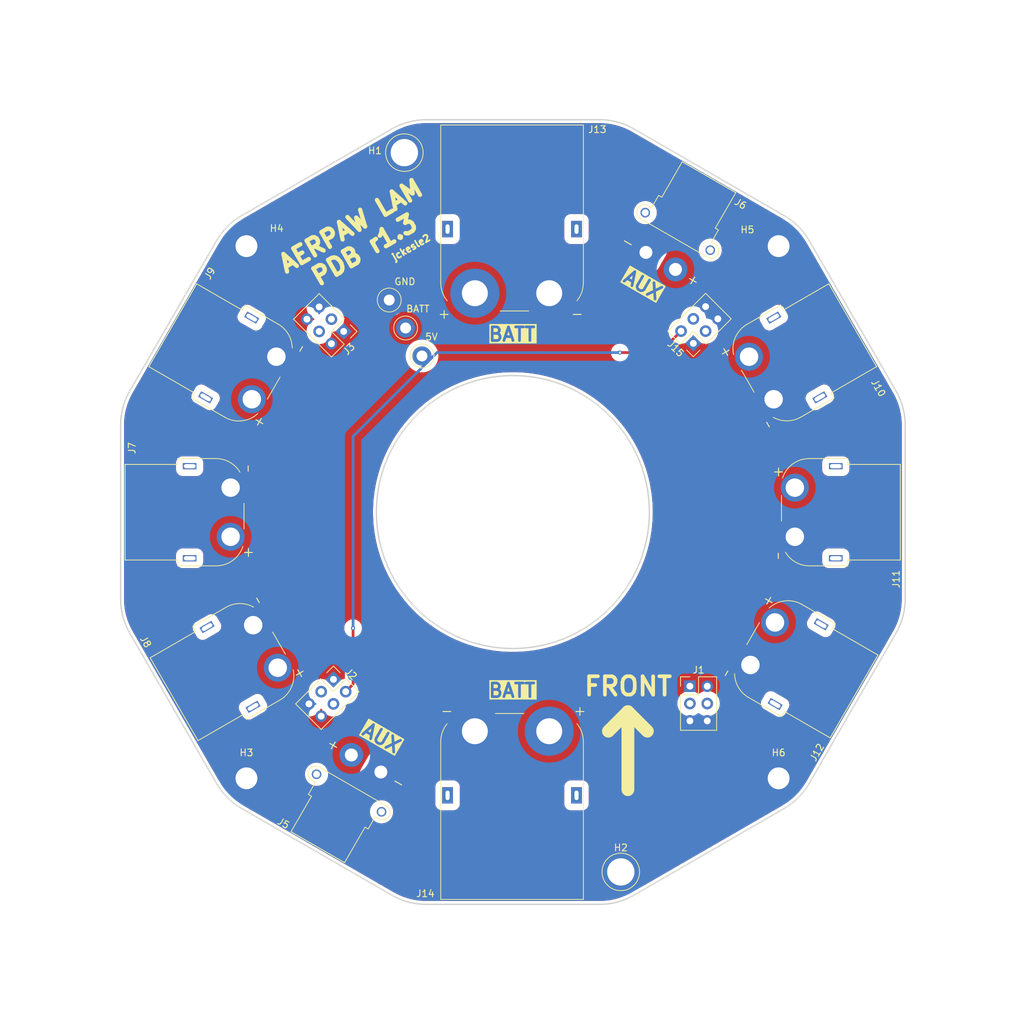
<source format=kicad_pcb>
(kicad_pcb (version 20241229) (generator "pcbnew") (generator_version "9.0")
  (layers (0 "F.Cu" signal) (2 "B.Cu" signal) (13 "F.Paste" user) (15 "B.Paste" user) (5 "F.SilkS" user "F.Silkscreen") (7 "B.SilkS" user "B.Silkscreen") (1 "F.Mask" user) (3 "B.Mask" user) (25 "Edge.Cuts" user))
  (net 0 "")
  (net 1 "GND")
  (net 2 "+5V")
  (net 3 "/vbat")
  (footprint "aerpaw-footprints:AMASS_XT90PW-F" (layer "F.Cu") (at 158.25 65.5)
    (property "Reference" "J13" (at 17.95 -24 0) (layer "F.SilkS"))
    (property "Value" "xt90-female")
    (fp_line (start -5 -24.65) (end -5 -1.522958) (stroke (width 0.12)) (layer "F.SilkS"))
    (fp_line (start -5 -24.65) (end 15.9 -24.65) (stroke (width 0.12)) (layer "F.SilkS"))
    (fp_line (start 3.7 2.6) (end 7.9 2.6) (stroke (width 0.12)) (layer "F.SilkS"))
    (fp_line (start 15.9 -24.65) (end 15.9 -1.522958) (stroke (width 0.12)) (layer "F.SilkS"))
    (fp_arc (start -4.064641 1.1) (mid -4.759165 -0.130585) (end -5 -1.522958) (stroke (width 0.12)) (layer "F.SilkS"))
    (fp_arc (start 15.9 -1.522958) (mid 15.659164 -0.130586) (end 14.964641 1.1) (stroke (width 0.12)) (layer "F.SilkS"))
    (fp_text user "-" (at 15 3 0) (layer "F.SilkS") (effects (font (size 1.5 1.5))))
    (fp_text user "+" (at -4.5 3 0) (layer "F.SilkS") (effects (font (size 1.5 1.5))))
    (pad "1" thru_hole roundrect (at 10.899998 0) (size 7.2 7.2) (drill 3.8) (layers "*.Cu" "*.Mask") (net 1 "GND"))
    (pad "2" thru_hole circle (at 0 0) (size 7.2 7.2) (drill 3.8) (layers "*.Cu" "*.Mask") (net 3 "/vbat"))
    (pad "MP" thru_hole rect (at -4 -9.4) (size 1.6 2.4) (drill oval 0.6 1.4) (layers "*.Cu" "*.Mask"))
    (pad "MP" thru_hole rect (at 14.9 -9.4) (size 1.6 2.4) (drill oval 0.6 1.4) (layers "*.Cu" "*.Mask"))
  )
  (footprint "Connector_PinHeader_2.54mm:PinHeader_2x03_P2.54mm_Vertical" (layer "F.Cu") (at 137.522587 122.102587 -45)
    (property "Reference" "J2" (at 1.27 -2.380001 135) (layer "F.SilkS"))
    (property "Value" "2.54mm 2x3")
    (fp_line (start -1.38 6.46) (end 3.92 6.46) (stroke (width 0.12)) (layer "F.SilkS"))
    (fp_line (start -1.38 1.27) (end -1.38 6.46) (stroke (width 0.12)) (layer "F.SilkS"))
    (fp_line (start -1.38 1.27) (end 1.27 1.27) (stroke (width 0.12)) (layer "F.SilkS"))
    (fp_line (start -1.379999 0) (end -1.38 -1.38) (stroke (width 0.12)) (layer "F.SilkS"))
    (fp_line (start -1.38 -1.38) (end 0 -1.379999) (stroke (width 0.12)) (layer "F.SilkS"))
    (fp_line (start 1.27 1.27) (end 1.27 -1.38) (stroke (width 0.12)) (layer "F.SilkS"))
    (fp_line (start 1.27 -1.38) (end 3.92 -1.38) (stroke (width 0.12)) (layer "F.SilkS"))
    (fp_line (start 3.92 -1.38) (end 3.92 6.46) (stroke (width 0.12)) (layer "F.SilkS"))
    (pad "1" thru_hole rect (at 0 0 315) (size 1.7 1.7) (drill 1) (layers "*.Cu" "*.Mask") (net 3 "/vbat"))
    (pad "2" thru_hole circle (at 2.54 0 315) (size 1.7 1.7) (drill 1) (layers "*.Cu" "*.Mask") (net 2 "+5V"))
    (pad "3" thru_hole circle (at 0 2.54 315) (size 1.7 1.7) (drill 1) (layers "*.Cu" "*.Mask"))
    (pad "4" thru_hole circle (at 2.54 2.54 315) (size 1.7 1.7) (drill 1) (layers "*.Cu" "*.Mask"))
    (pad "5" thru_hole circle (at 0 5.079999 315) (size 1.7 1.7) (drill 1) (layers "*.Cu" "*.Mask") (net 1 "GND"))
    (pad "6" thru_hole circle (at 2.54 5.08 315) (size 1.7 1.7) (drill 1) (layers "*.Cu" "*.Mask") (net 3 "/vbat"))
  )
  (footprint "MountingHole:MountingHole_3.2mm_M3_DIN965_Pad" (layer "F.Cu") (at 202.772587 136.602587)
    (property "Reference" "H6" (at 0 -3.75 0) (layer "F.SilkS"))
    (property "Value" "M3")
    (pad "1" thru_hole circle (at 0 0) (size 5.6 5.6) (drill 3.2) (layers "*.Cu" "*.Mask") (net 1 "GND"))
  )
  (footprint "TestPoint:TestPoint_Plated_Hole_D4.0mm" (layer "F.Cu") (at 147.917333 44.897413)
    (property "Reference" "H1" (at -4.317333 -0.297413 0) (layer "F.SilkS"))
    (property "Value" "M4")
    (fp_circle (center 0 0) (end 0 2.75) (stroke (width 0.12)) (fill no) (layer "F.SilkS"))
    (pad "1" thru_hole circle (at 0 0) (size 5 5) (drill 4) (layers "*.Cu" "*.Mask") (net 1 "GND"))
  )
  (footprint "TestPoint:TestPoint_Keystone_5010-5014_Multipurpose" (layer "F.Cu") (at 148.1 70.6)
    (property "Reference" "BATT" (at 1.8 -2.8 0) (layer "F.SilkS"))
    (property "Value" "TestPoint_Flag")
    (fp_circle (center 0 0) (end 1.75 0) (stroke (width 0.12)) (fill no) (layer "F.SilkS"))
    (pad "1" thru_hole circle (at 0 0) (size 2.8 2.8) (drill 1.6) (layers "*.Cu" "*.Mask") (net 3 "/vbat"))
  )
  (footprint "Connector_AMASS:AMASS_XT60PW-F_1x02_P7.20mm_Horizontal" (layer "F.Cu") (at 125.759069 114.157309 120)
    (property "Reference" "J8" (at 5.764102 -14.8691 120) (layer "F.SilkS"))
    (property "Value" "xt60-female")
    (fp_line (start 3.41 -15.46) (end 3.410001 -7.760001) (stroke (width 0.12)) (layer "F.SilkS"))
    (fp_line (start 4.26 -7.760001) (end 4.259999 -2.15) (stroke (width 0.12)) (layer "F.SilkS"))
    (fp_line (start 3.410001 -7.760001) (end 4.26 -7.760001) (stroke (width 0.12)) (layer "F.SilkS"))
    (fp_line (start -10.610001 -15.46) (end 3.41 -15.46) (stroke (width 0.12)) (layer "F.SilkS"))
    (fp_line (start -10.610001 -15.46) (end -10.61 -7.760001) (stroke (width 0.12)) (layer "F.SilkS"))
    (fp_line (start -11.46 -7.76) (end -10.61 -7.760001) (stroke (width 0.12)) (layer "F.SilkS"))
    (fp_line (start -11.46 -7.76) (end -11.46 -2.15) (stroke (width 0.12)) (layer "F.SilkS"))
    (fp_line (start -6.05 1.96) (end -2.31 1.96) (stroke (width 0.12)) (layer "F.SilkS"))
    (fp_arc (start 4.259999 -2.15) (mid 3.727162 -0.12614) (end 2.266806 1.372959) (stroke (width 0.12)) (layer "F.SilkS"))
    (fp_arc (start -8.5899 1.808718) (mid -10.677645 0.302568) (end -11.46 -2.15) (stroke (width 0.12)) (layer "F.SilkS"))
    (fp_text user "-" (at 2.8 2.5 120) (layer "F.SilkS"))
    (fp_text user "+" (at -9.499999 2.5 120) (layer "F.SilkS") (effects (font (size 1.5 1.5))))
    (pad "" thru_hole rect (at -10.35 -6 120) (size 0.9 2) (drill oval 0.6 1.7) (layers "*.Cu" "*.Mask"))
    (pad "" thru_hole rect (at 3.15 -6 120) (size 0.9 2) (drill oval 0.6 1.7) (layers "*.Cu" "*.Mask"))
    (pad "1" thru_hole roundrect (at 0 0 120) (size 4.1 4.1) (drill 2.7) (layers "*.Cu" "*.Mask") (net 1 "GND"))
    (pad "2" thru_hole circle (at -7.2 0 120) (size 4.1 4.1) (drill 2.7) (layers "*.Cu" "*.Mask") (net 3 "/vbat"))
  )
  (footprint "aerpaw-footprints:AMASS_XT90PW-F" (layer "F.Cu") (at 169.149999 129.7 180)
    (property "Reference" "J14" (at 18.149999 -23.8 180) (layer "F.SilkS"))
    (property "Value" "xt90-female")
    (fp_line (start 15.9 -24.65) (end 15.9 -1.522958) (stroke (width 0.12)) (layer "F.SilkS"))
    (fp_line (start 3.7 2.6) (end 7.9 2.6) (stroke (width 0.12)) (layer "F.SilkS"))
    (fp_line (start -5 -24.65) (end 15.9 -24.65) (stroke (width 0.12)) (layer "F.SilkS"))
    (fp_line (start -5 -24.65) (end -5 -1.522958) (stroke (width 0.12)) (layer "F.SilkS"))
    (fp_arc (start 15.9 -1.522958) (mid 15.659164 -0.130586) (end 14.964641 1.1) (stroke (width 0.12)) (layer "F.SilkS"))
    (fp_arc (start -4.064641 1.1) (mid -4.759165 -0.130585) (end -5 -1.522958) (stroke (width 0.12)) (layer "F.SilkS"))
    (fp_text user "+" (at -4.5 3 180) (layer "F.SilkS") (effects (font (size 1.5 1.5))))
    (fp_text user "-" (at 15 3 180) (layer "F.SilkS") (effects (font (size 1.5 1.5))))
    (pad "1" thru_hole roundrect (at 10.899998 0 180) (size 7.2 7.2) (drill 3.8) (layers "*.Cu" "*.Mask") (net 1 "GND"))
    (pad "2" thru_hole circle (at 0 0 180) (size 7.2 7.2) (drill 3.8) (layers "*.Cu" "*.Mask") (net 3 "/vbat"))
    (pad "MP" thru_hole rect (at -4 -9.4 180) (size 1.6 2.4) (drill oval 0.6 1.4) (layers "*.Cu" "*.Mask"))
    (pad "MP" thru_hole rect (at 14.9 -9.4 180) (size 1.6 2.4) (drill oval 0.6 1.4) (layers "*.Cu" "*.Mask"))
  )
  (footprint "MountingHole:MountingHole_3.2mm_M3_DIN965_Pad" (layer "F.Cu") (at 124.772587 136.602587)
    (property "Reference" "H3" (at 0 -3.75 0) (layer "F.SilkS"))
    (property "Value" "M3")
    (pad "1" thru_hole circle (at 0 0) (size 5.6 5.6) (drill 3.2) (layers "*.Cu" "*.Mask") (net 1 "GND"))
  )
  (footprint "TestPoint:TestPoint_Keystone_5010-5014_Multipurpose" (layer "F.Cu") (at 145.7 66.5)
    (property "Reference" "GND" (at 2.3 -2.7 0) (layer "F.SilkS"))
    (property "Value" "TestPoint_Flag")
    (fp_circle (center 0 0) (end 1.75 0) (stroke (width 0.12)) (fill no) (layer "F.SilkS"))
    (pad "1" thru_hole circle (at 0 0) (size 2.8 2.8) (drill 1.6) (layers "*.Cu" "*.Mask") (net 1 "GND"))
  )
  (footprint "Connector_AMASS:AMASS_XT30PW-F_1x02_P2.50mm_Horizontal" (layer "F.Cu") (at 144.474446 135.681444 150)
    (property "Reference" "J5" (at 8.602755 -13.648483 150) (layer "F.SilkS"))
    (property "Value" "xt30-female")
    (fp_line (start 7.03 -14.16) (end 7.030001 -8.16) (stroke (width 0.12)) (layer "F.SilkS"))
    (fp_line (start 7.56 -8.16) (end 7.56 -6.11) (stroke (width 0.12)) (layer "F.SilkS"))
    (fp_line (start 7.030001 -8.16) (end 7.56 -8.16) (stroke (width 0.12)) (layer "F.SilkS"))
    (fp_line (start 7.56 -6.11) (end 8.26 -6.11) (stroke (width 0.12)) (layer "F.SilkS"))
    (fp_line (start -2.030001 -14.16) (end 7 -14.16) (stroke (width 0.12)) (layer "F.SilkS"))
    (fp_line (start -2.030001 -14.16) (end -2.030001 -8.16) (stroke (width 0.12)) (layer "F.SilkS"))
    (fp_line (start -2.56 -8.16) (end -2.030001 -8.16) (stroke (width 0.12)) (layer "F.SilkS"))
    (fp_line (start -2.56 -8.16) (end -2.56 -6.11) (stroke (width 0.12)) (layer "F.SilkS"))
    (fp_line (start -3.26 -6.11) (end -2.56 -6.11) (stroke (width 0.12)) (layer "F.SilkS"))
    (fp_line (start -3.26 -3.89) (end 8.26 -3.89) (stroke (width 0.12)) (layer "F.SilkS"))
    (fp_arc (start 8.15 -6.11) (mid 9.26 -5) (end 8.15 -3.89) (stroke (width 0.12)) (layer "F.SilkS"))
    (fp_arc (start -3.321729 -3.903365) (mid -4.256653 -5.086124) (end -3.15 -6.11) (stroke (width 0.12)) (layer "F.SilkS"))
    (fp_text user "+" (at 8 0 150) (layer "F.SilkS") (effects (font (size 1.5 1.5))))
    (fp_text user "-" (at -3 0 150) (layer "F.SilkS") (effects (font (size 1.5 1.5))))
    (pad "" thru_hole circle (at -3 -5 240) (size 1.4 1.4) (drill 1) (layers "*.Cu" "*.Mask"))
    (pad "" thru_hole circle (at 8 -5 150) (size 1.4 1.4) (drill 1) (layers "*.Cu" "*.Mask"))
    (pad "1" thru_hole roundrect (at 0 0 150) (size 3.5 3.5) (drill 1.9) (layers "*.Cu" "*.Mask") (roundrect_rratio 0.22) (net 1 "GND"))
    (pad "2" thru_hole circle (at 5 0 150) (size 3.5 3.5) (drill 1.9) (layers "*.Cu" "*.Mask") (net 3 "/vbat"))
  )
  (footprint "Connector_AMASS:AMASS_XT60PW-F_1x02_P7.20mm_Horizontal" (layer "F.Cu") (at 129.159069 74.807309 60)
    (property "Reference" "J9" (at 5.692305 -14.555256 60) (layer "F.SilkS"))
    (property "Value" "xt60-female")
    (fp_line (start -10.610001 -15.46) (end -10.61 -7.76) (stroke (width 0.12)) (layer "F.SilkS"))
    (fp_line (start -10.610001 -15.46) (end 3.41 -15.46) (stroke (width 0.12)) (layer "F.SilkS"))
    (fp_line (start -11.46 -7.76) (end -10.61 -7.76) (stroke (width 0.12)) (layer "F.SilkS"))
    (fp_line (start -11.46 -7.76) (end -11.46 -2.15) (stroke (width 0.12)) (layer "F.SilkS"))
    (fp_line (start 3.41 -15.46) (end 3.41 -7.76) (stroke (width 0.12)) (layer "F.SilkS"))
    (fp_line (start 3.41 -7.76) (end 4.26 -7.76) (stroke (width 0.12)) (layer "F.SilkS"))
    (fp_line (start 4.26 -7.76) (end 4.26 -2.15) (stroke (width 0.12)) (layer "F.SilkS"))
    (fp_line (start -6.05 1.96) (end -2.31 1.96) (stroke (width 0.12)) (layer "F.SilkS"))
    (fp_arc (start -8.5899 1.808718) (mid -10.677645 0.302568) (end -11.46 -2.15) (stroke (width 0.12)) (layer "F.SilkS"))
    (fp_arc (start 4.26 -2.15) (mid 3.727162 -0.12614) (end 2.266806 1.372959) (stroke (width 0.12)) (layer "F.SilkS"))
    (fp_text user "+" (at -9.5 2.500001 60) (layer "F.SilkS") (effects (font (size 1.5 1.5))))
    (fp_text user "-" (at 2.8 2.5 60) (layer "F.SilkS"))
    (pad "" thru_hole rect (at -10.35 -6 60) (size 0.9 2) (drill oval 0.6 1.7) (layers "*.Cu" "*.Mask"))
    (pad "" thru_hole rect (at 3.15 -6 60) (size 0.9 2) (drill oval 0.6 1.7) (layers "*.Cu" "*.Mask"))
    (pad "1" thru_hole roundrect (at 0 0 60) (size 4.1 4.1) (drill 2.7) (layers "*.Cu" "*.Mask") (net 1 "GND"))
    (pad "2" thru_hole circle (at -7.2 0 60) (size 4.1 4.1) (drill 2.7) (layers "*.Cu" "*.Mask") (net 3 "/vbat"))
  )
  (footprint "Connector_PinHeader_2.54mm:PinHeader_2x03_P2.54mm_Vertical" (layer "F.Cu") (at 190.272587 72.852587 135)
    (property "Reference" "J15" (at 1.27 -2.380001 135) (layer "F.SilkS"))
    (property "Value" "2.54mm 2x3")
    (fp_line (start 3.92 -1.38) (end 3.92 6.46) (stroke (width 0.12)) (layer "F.SilkS"))
    (fp_line (start 1.27 -1.38) (end 3.92 -1.38) (stroke (width 0.12)) (layer "F.SilkS"))
    (fp_line (start 1.27 1.27) (end 1.27 -1.38) (stroke (width 0.12)) (layer "F.SilkS"))
    (fp_line (start -1.38 -1.38) (end 0 -1.379999) (stroke (width 0.12)) (layer "F.SilkS"))
    (fp_line (start -1.379999 0) (end -1.38 -1.38) (stroke (width 0.12)) (layer "F.SilkS"))
    (fp_line (start -1.38 1.27) (end 1.27 1.27) (stroke (width 0.12)) (layer "F.SilkS"))
    (fp_line (start -1.38 1.27) (end -1.38 6.46) (stroke (width 0.12)) (layer "F.SilkS"))
    (fp_line (start -1.38 6.46) (end 3.92 6.46) (stroke (width 0.12)) (layer "F.SilkS"))
    (pad "1" thru_hole rect (at 0 0 135) (size 1.7 1.7) (drill 1) (layers "*.Cu" "*.Mask") (net 3 "/vbat"))
    (pad "2" thru_hole circle (at 2.54 0 135) (size 1.7 1.7) (drill 1) (layers "*.Cu" "*.Mask") (net 2 "+5V"))
    (pad "3" thru_hole circle (at 0 2.54 135) (size 1.7 1.7) (drill 1) (layers "*.Cu" "*.Mask"))
    (pad "4" thru_hole circle (at 2.54 2.54 135) (size 1.7 1.7) (drill 1) (layers "*.Cu" "*.Mask"))
    (pad "5" thru_hole circle (at 0 5.079999 135) (size 1.7 1.7) (drill 1) (layers "*.Cu" "*.Mask") (net 1 "GND"))
    (pad "6" thru_hole circle (at 2.54 5.08 135) (size 1.7 1.7) (drill 1) (layers "*.Cu" "*.Mask") (net 1 "GND"))
  )
  (footprint "Connector_AMASS:AMASS_XT60PW-F_1x02_P7.20mm_Horizontal" (layer "F.Cu") (at 122.45 94 90)
    (property "Reference" "J7" (at 5.8 -14.45 90) (layer "F.SilkS"))
    (property "Value" "xt60-female")
    (fp_line (start 3.41 -15.46) (end 3.410001 -7.76) (stroke (width 0.12)) (layer "F.SilkS"))
    (fp_line (start -10.61 -15.46) (end 3.41 -15.46) (stroke (width 0.12)) (layer "F.SilkS"))
    (fp_line (start -10.61 -15.46) (end -10.61 -7.760001) (stroke (width 0.12)) (layer "F.SilkS"))
    (fp_line (start 4.26 -7.760001) (end 4.259999 -2.15) (stroke (width 0.12)) (layer "F.SilkS"))
    (fp_line (start 3.410001 -7.76) (end 4.26 -7.760001) (stroke (width 0.12)) (layer "F.SilkS"))
    (fp_line (start -11.46 -7.76) (end -10.61 -7.760001) (stroke (width 0.12)) (layer "F.SilkS"))
    (fp_line (start -11.46 -7.76) (end -11.46 -2.15) (stroke (width 0.12)) (layer "F.SilkS"))
    (fp_line (start -6.05 1.96) (end -2.31 1.96) (stroke (width 0.12)) (layer "F.SilkS"))
    (fp_arc (start 4.259999 -2.15) (mid 3.727162 -0.126139) (end 2.266806 1.372958) (stroke (width 0.12)) (layer "F.SilkS"))
    (fp_arc (start -8.5899 1.808718) (mid -10.677645 0.302568) (end -11.46 -2.15) (stroke (width 0.12)) (layer "F.SilkS"))
    (fp_text user "-" (at 2.8 2.5 90) (layer "F.SilkS"))
    (fp_text user "+" (at -9.499999 2.5 90) (layer "F.SilkS") (effects (font (size 1.5 1.5))))
    (pad "" thru_hole rect (at -10.35 -6 90) (size 0.9 2) (drill oval 0.6 1.7) (layers "*.Cu" "*.Mask"))
    (pad "" thru_hole rect (at 3.15 -6 90) (size 0.9 2) (drill oval 0.6 1.7) (layers "*.Cu" "*.Mask"))
    (pad "1" thru_hole roundrect (at 0 0 90) (size 4.1 4.1) (drill 2.7) (layers "*.Cu" "*.Mask") (net 1 "GND"))
    (pad "2" thru_hole circle (at -7.2 0 90) (size 4.1 4.1) (drill 2.7) (layers "*.Cu" "*.Mask") (net 3 "/vbat"))
  )
  (footprint "Connector_AMASS:AMASS_XT60PW-F_1x02_P7.20mm_Horizontal" (layer "F.Cu") (at 202.040931 81.042692 -60)
    (property "Reference" "J10" (at 6.256921 -14.12269 120) (layer "F.SilkS"))
    (property "Value" "xt60-female")
    (fp_line (start -6.05 1.96) (end -2.31 1.96) (stroke (width 0.12)) (layer "F.SilkS"))
    (fp_line (start -11.46 -7.76) (end -11.46 -2.15) (stroke (width 0.12)) (layer "F.SilkS"))
    (fp_line (start -11.46 -7.76) (end -10.61 -7.76) (stroke (width 0.12)) (layer "F.SilkS"))
    (fp_line (start -10.610001 -15.46) (end -10.61 -7.76) (stroke (width 0.12)) (layer "F.SilkS"))
    (fp_line (start -10.610001 -15.46) (end 3.41 -15.46) (stroke (width 0.12)) (layer "F.SilkS"))
    (fp_line (start 3.41 -7.76) (end 4.26 -7.76) (stroke (width 0.12)) (layer "F.SilkS"))
    (fp_line (start 4.26 -7.76) (end 4.26 -2.15) (stroke (width 0.12)) (layer "F.SilkS"))
    (fp_line (start 3.41 -15.46) (end 3.41 -7.76) (stroke (width 0.12)) (layer "F.SilkS"))
    (fp_arc (start -8.5899 1.808718) (mid -10.677645 0.302568) (end -11.46 -2.15) (stroke (width 0.12)) (layer "F.SilkS"))
    (fp_arc (start 4.26 -2.15) (mid 3.727162 -0.12614) (end 2.266806 1.372959) (stroke (width 0.12)) (layer "F.SilkS"))
    (fp_text user "-" (at 2.8 2.5 120) (layer "F.SilkS"))
    (fp_text user "+" (at -9.5 2.500001 120) (layer "F.SilkS") (effects (font (size 1.5 1.5))))
    (pad "" thru_hole rect (at -10.35 -6 300) (size 0.9 2) (drill oval 0.6 1.7) (layers "*.Cu" "*.Mask"))
    (pad "" thru_hole rect (at 3.15 -6 300) (size 0.9 2) (drill oval 0.6 1.7) (layers "*.Cu" "*.Mask"))
    (pad "1" thru_hole roundrect (at 0 0 300) (size 4.1 4.1) (drill 2.7) (layers "*.Cu" "*.Mask") (net 1 "GND"))
    (pad "2" thru_hole circle (at -7.2 0 300) (size 4.1 4.1) (drill 2.7) (layers "*.Cu" "*.Mask") (net 3 "/vbat"))
  )
  (footprint "MountingHole:MountingHole_3.2mm_M3_DIN965_Pad" (layer "F.Cu") (at 124.772587 58.602587)
    (property "Reference" "H4" (at 4.427413 -2.602587 0) (layer "F.SilkS"))
    (property "Value" "M3")
    (pad "1" thru_hole circle (at 0 0) (size 5.6 5.6) (drill 3.2) (layers "*.Cu" "*.Mask") (net 1 "GND"))
  )
  (footprint "TestPoint:TestPoint_Plated_Hole_D4.0mm" (layer "F.Cu") (at 179.642333 150.322413)
    (property "Reference" "H2" (at 0 -3.548 0) (layer "F.SilkS"))
    (property "Value" "M4")
    (fp_circle (center 0 0) (end 0 2.75) (stroke (width 0.12)) (fill no) (layer "F.SilkS"))
    (pad "1" thru_hole circle (at 0 0) (size 5 5) (drill 4) (layers "*.Cu" "*.Mask") (net 1 "GND"))
  )
  (footprint "Connector_AMASS:AMASS_XT60PW-F_1x02_P7.20mm_Horizontal" (layer "F.Cu") (at 198.640931 119.992692 -120)
    (property "Reference" "J12" (at 6.21192 -14.855256 60) (layer "F.SilkS"))
    (property "Value" "xt60-female")
    (fp_line (start -6.05 1.96) (end -2.31 1.96) (stroke (width 0.12)) (layer "F.SilkS"))
    (fp_line (start 4.26 -7.76) (end 4.26 -2.15) (stroke (width 0.12)) (layer "F.SilkS"))
    (fp_line (start 3.41 -7.76) (end 4.26 -7.76) (stroke (width 0.12)) (layer "F.SilkS"))
    (fp_line (start 3.41 -15.46) (end 3.41 -7.76) (stroke (width 0.12)) (layer "F.SilkS"))
    (fp_line (start -11.46 -7.76) (end -11.46 -2.15) (stroke (width 0.12)) (layer "F.SilkS"))
    (fp_line (start -11.46 -7.76) (end -10.61 -7.76) (stroke (width 0.12)) (layer "F.SilkS"))
    (fp_line (start -10.610001 -15.46) (end 3.41 -15.46) (stroke (width 0.12)) (layer "F.SilkS"))
    (fp_line (start -10.610001 -15.46) (end -10.61 -7.76) (stroke (width 0.12)) (layer "F.SilkS"))
    (fp_arc (start 4.26 -2.15) (mid 3.727162 -0.12614) (end 2.266806 1.372959) (stroke (width 0.12)) (layer "F.SilkS"))
    (fp_arc (start -8.5899 1.808718) (mid -10.677645 0.302568) (end -11.46 -2.15) (stroke (width 0.12)) (layer "F.SilkS"))
    (fp_text user "+" (at -9.5 2.500001 60) (layer "F.SilkS") (effects (font (size 1.5 1.5))))
    (fp_text user "-" (at 2.8 2.5 60) (layer "F.SilkS"))
    (pad "" thru_hole rect (at -10.35 -6 240) (size 0.9 2) (drill oval 0.6 1.7) (layers "*.Cu" "*.Mask"))
    (pad "" thru_hole rect (at 3.15 -6 240) (size 0.9 2) (drill oval 0.6 1.7) (layers "*.Cu" "*.Mask"))
    (pad "1" thru_hole roundrect (at 0 0 240) (size 4.1 4.1) (drill 2.7) (layers "*.Cu" "*.Mask") (net 1 "GND"))
    (pad "2" thru_hole circle (at -7.2 0 240) (size 4.1 4.1) (drill 2.7) (layers "*.Cu" "*.Mask") (net 3 "/vbat"))
  )
  (footprint "TestPoint:TestPoint_Keystone_5010-5014_Multipurpose" (layer "F.Cu") (at 150.5 74.7)
    (property "Reference" "5V" (at 1.4 -2.8 0) (layer "F.SilkS"))
    (property "Value" "TestPoint_Flag")
    (fp_circle (center 0 0) (end 1.75 0) (stroke (width 0.12)) (fill no) (layer "F.SilkS"))
    (pad "1" thru_hole circle (at 0 0) (size 2.8 2.8) (drill 1.6) (layers "*.Cu" "*.Mask") (net 2 "+5V"))
  )
  (footprint "Connector_AMASS:AMASS_XT60PW-F_1x02_P7.20mm_Horizontal" (layer "F.Cu") (at 205.15 101.2 -90)
    (property "Reference" "J11" (at 6.2 -14.85 90) (layer "F.SilkS"))
    (property "Value" "xt60-female")
    (fp_line (start -6.05 1.96) (end -2.31 1.96) (stroke (width 0.12)) (layer "F.SilkS"))
    (fp_line (start -11.46 -7.76) (end -11.46 -2.15) (stroke (width 0.12)) (layer "F.SilkS"))
    (fp_line (start -11.46 -7.76) (end -10.61 -7.76) (stroke (width 0.12)) (layer "F.SilkS"))
    (fp_line (start 3.41 -7.76) (end 4.26 -7.76) (stroke (width 0.12)) (layer "F.SilkS"))
    (fp_line (start 4.26 -7.76) (end 4.26 -2.15) (stroke (width 0.12)) (layer "F.SilkS"))
    (fp_line (start -10.610001 -15.46) (end -10.61 -7.76) (stroke (width 0.12)) (layer "F.SilkS"))
    (fp_line (start -10.610001 -15.46) (end 3.41 -15.46) (stroke (width 0.12)) (layer "F.SilkS"))
    (fp_line (start 3.41 -15.46) (end 3.41 -7.76) (stroke (width 0.12)) (layer "F.SilkS"))
    (fp_arc (start -8.5899 1.808718) (mid -10.677645 0.302568) (end -11.46 -2.15) (stroke (width 0.12)) (layer "F.SilkS"))
    (fp_arc (start 4.26 -2.15) (mid 3.727162 -0.12614) (end 2.266806 1.372959) (stroke (width 0.12)) (layer "F.SilkS"))
    (fp_text user "+" (at -9.5 2.500001 90) (layer "F.SilkS") (effects (font (size 1.5 1.5))))
    (fp_text user "-" (at 2.8 2.5 90) (layer "F.SilkS"))
    (pad "" thru_hole rect (at -10.35 -6 270) (size 0.9 2) (drill oval 0.6 1.7) (layers "*.Cu" "*.Mask"))
    (pad "" thru_hole rect (at 3.15 -6 270) (size 0.9 2) (drill oval 0.6 1.7) (layers "*.Cu" "*.Mask"))
    (pad "1" thru_hole roundrect (at 0 0 270) (size 4.1 4.1) (drill 2.7) (layers "*.Cu" "*.Mask") (net 1 "GND"))
    (pad "2" thru_hole circle (at -7.2 0 270) (size 4.1 4.1) (drill 2.7) (layers "*.Cu" "*.Mask") (net 3 "/vbat"))
  )
  (footprint "Connector_PinHeader_2.54mm:PinHeader_2x03_P2.54mm_Vertical" (layer "F.Cu") (at 139.022587 71.102587 -135)
    (property "Reference" "J3" (at 1.27 -2.380001 45) (layer "F.SilkS"))
    (property "Value" "2.54mm 2x3")
    (fp_line (start -1.38 6.46) (end 3.92 6.46) (stroke (width 0.12)) (layer "F.SilkS"))
    (fp_line (start 1.27 1.27) (end 1.27 -1.38) (stroke (width 0.12)) (layer "F.SilkS"))
    (fp_line (start 3.92 -1.38) (end 3.92 6.46) (stroke (width 0.12)) (layer "F.SilkS"))
    (fp_line (start -1.38 1.27) (end -1.38 6.46) (stroke (width 0.12)) (layer "F.SilkS"))
    (fp_line (start -1.38 1.27) (end 1.27 1.27) (stroke (width 0.12)) (layer "F.SilkS"))
    (fp_line (start 1.27 -1.38) (end 3.92 -1.38) (stroke (width 0.12)) (layer "F.SilkS"))
    (fp_line (start -1.379999 0) (end -1.38 -1.38) (stroke (width 0.12)) (layer "F.SilkS"))
    (fp_line (start -1.38 -1.38) (end 0 -1.379999) (stroke (width 0.12)) (layer "F.SilkS"))
    (pad "1" thru_hole rect (at 0 0 225) (size 1.7 1.7) (drill 1) (layers "*.Cu" "*.Mask") (net 3 "/vbat"))
    (pad "2" thru_hole circle (at 2.54 0 225) (size 1.7 1.7) (drill 1) (layers "*.Cu" "*.Mask") (net 3 "/vbat"))
    (pad "3" thru_hole circle (at 0 2.54 225) (size 1.7 1.7) (drill 1) (layers "*.Cu" "*.Mask"))
    (pad "4" thru_hole circle (at 2.54 2.54 225) (size 1.7 1.7) (drill 1) (layers "*.Cu" "*.Mask"))
    (pad "5" thru_hole circle (at 0 5.079999 225) (size 1.7 1.7) (drill 1) (layers "*.Cu" "*.Mask") (net 1 "GND"))
    (pad "6" thru_hole circle (at 2.54 5.08 225) (size 1.7 1.7) (drill 1) (layers "*.Cu" "*.Mask") (net 3 "/vbat"))
  )
  (footprint "Connector_PinHeader_2.54mm:PinHeader_2x03_P2.54mm_Vertical" (layer "F.Cu") (at 189.772587 123.102587)
    (property "Reference" "J1" (at 1.27 -2.38 0) (layer "F.SilkS"))
    (property "Value" "2.54mm 2x3")
    (fp_line (start -1.38 -1.38) (end 0 -1.38) (stroke (width 0.12)) (layer "F.SilkS"))
    (fp_line (start -1.38 0) (end -1.38 -1.38) (stroke (width 0.12)) (layer "F.SilkS"))
    (fp_line (start -1.38 1.27) (end -1.38 6.46) (stroke (width 0.12)) (layer "F.SilkS"))
    (fp_line (start -1.38 1.27) (end 1.27 1.27) (stroke (width 0.12)) (layer "F.SilkS"))
    (fp_line (start -1.38 6.46) (end 3.92 6.46) (stroke (width 0.12)) (layer "F.SilkS"))
    (fp_line (start 1.27 -1.38) (end 3.92 -1.38) (stroke (width 0.12)) (layer "F.SilkS"))
    (fp_line (start 1.27 1.27) (end 1.27 -1.38) (stroke (width 0.12)) (layer "F.SilkS"))
    (fp_line (start 3.92 -1.38) (end 3.92 6.46) (stroke (width 0.12)) (layer "F.SilkS"))
    (pad "1" thru_hole rect (at 0 0) (size 1.7 1.7) (drill 1) (layers "*.Cu" "*.Mask") (net 3 "/vbat"))
    (pad "2" thru_hole circle (at 2.54 0) (size 1.7 1.7) (drill 1) (layers "*.Cu" "*.Mask") (net 3 "/vbat"))
    (pad "3" thru_hole circle (at 0 2.54) (size 1.7 1.7) (drill 1) (layers "*.Cu" "*.Mask"))
    (pad "4" thru_hole circle (at 2.54 2.54) (size 1.7 1.7) (drill 1) (layers "*.Cu" "*.Mask"))
    (pad "5" thru_hole circle (at 0 5.08) (size 1.7 1.7) (drill 1) (layers "*.Cu" "*.Mask") (net 1 "GND"))
    (pad "6" thru_hole circle (at 2.54 5.08) (size 1.7 1.7) (drill 1) (layers "*.Cu" "*.Mask") (net 1 "GND"))
  )
  (footprint "MountingHole:MountingHole_3.2mm_M3_DIN965_Pad" (layer "F.Cu") (at 202.772587 58.602587)
    (property "Reference" "H5" (at -4.572587 -2.402587 0) (layer "F.SilkS"))
    (property "Value" "M3")
    (pad "1" thru_hole circle (at 0 0) (size 5.6 5.6) (drill 3.2) (layers "*.Cu" "*.Mask") (net 1 "GND"))
  )
  (footprint "Connector_AMASS:AMASS_XT30PW-F_1x02_P2.50mm_Horizontal" (layer "F.Cu") (at 183.325555 59.518556 -30)
    (property "Reference" "J6" (at 8.456344 -13.102073 150) (layer "F.SilkS"))
    (property "Value" "xt30-female")
    (fp_line (start -3.26 -3.89) (end 8.26 -3.89) (stroke (width 0.12)) (layer "F.SilkS"))
    (fp_line (start -3.26 -6.11) (end -2.56 -6.11) (stroke (width 0.12)) (layer "F.SilkS"))
    (fp_line (start -2.56 -8.16) (end -2.56 -6.11) (stroke (width 0.12)) (layer "F.SilkS"))
    (fp_line (start -2.56 -8.16) (end -2.030001 -8.16) (stroke (width 0.12)) (layer "F.SilkS"))
    (fp_line (start -2.030001 -14.16) (end -2.030001 -8.16) (stroke (width 0.12)) (layer "F.SilkS"))
    (fp_line (start -2.030001 -14.16) (end 7 -14.16) (stroke (width 0.12)) (layer "F.SilkS"))
    (fp_line (start 7.56 -6.11) (end 8.26 -6.11) (stroke (width 0.12)) (layer "F.SilkS"))
    (fp_line (start 7.030001 -8.16) (end 7.56 -8.16) (stroke (width 0.12)) (layer "F.SilkS"))
    (fp_line (start 7.56 -8.16) (end 7.56 -6.11) (stroke (width 0.12)) (layer "F.SilkS"))
    (fp_line (start 7.03 -14.16) (end 7.030001 -8.16) (stroke (width 0.12)) (layer "F.SilkS"))
    (fp_arc (start -3.321729 -3.903365) (mid -4.256653 -5.086124) (end -3.15 -6.11) (stroke (width 0.12)) (layer "F.SilkS"))
    (fp_arc (start 8.15 -6.11) (mid 9.26 -5) (end 8.15 -3.89) (stroke (width 0.12)) (layer "F.SilkS"))
    (fp_text user "+" (at 8 0 150) (layer "F.SilkS") (effects (font (size 1.5 1.5))))
    (fp_text user "-" (at -3 0 150) (layer "F.SilkS") (effects (font (size 1.5 1.5))))
    (pad "" thru_hole circle (at -3 -5 60) (size 1.4 1.4) (drill 1) (layers "*.Cu" "*.Mask"))
    (pad "" thru_hole circle (at 8 -5 330) (size 1.4 1.4) (drill 1) (layers "*.Cu" "*.Mask"))
    (pad "1" thru_hole roundrect (at 0 0 330) (size 3.5 3.5) (drill 1.9) (layers "*.Cu" "*.Mask") (roundrect_rratio 0.22) (net 1 "GND"))
    (pad "2" thru_hole circle (at 5 0 330) (size 3.5 3.5) (drill 1.9) (layers "*.Cu" "*.Mask") (net 3 "/vbat"))
  )
  (gr_line (start 107.664746 115.302586) (end 120.392333 137.347413) (stroke (width 0.2)) (layer "Edge.Cuts"))
  (gr_arc (start 107.664746 115.302586) (mid 106.665742 112.890776) (end 106.325 110.302586) (stroke (width 0.2)) (layer "Edge.Cuts"))
  (gr_line (start 146.097414 41.414746) (end 124.052587 54.142333) (stroke (width 0.2)) (layer "Edge.Cuts"))
  (gr_line (start 207.257667 137.347413) (end 219.985254 115.302586) (stroke (width 0.2)) (layer "Edge.Cuts"))
  (gr_line (start 221.325 110.302586) (end 221.325 84.847414) (stroke (width 0.2)) (layer "Edge.Cuts"))
  (gr_arc (start 207.257667 137.347413) (mid 205.66848 139.41848) (end 203.597413 141.007667) (stroke (width 0.2)) (layer "Edge.Cuts"))
  (gr_arc (start 176.552586 40.075) (mid 179.140776 40.415742) (end 181.552586 41.414746) (stroke (width 0.2)) (layer "Edge.Cuts"))
  (gr_arc (start 203.597413 54.142333) (mid 205.668477 55.731523) (end 207.257667 57.802587) (stroke (width 0.2)) (layer "Edge.Cuts"))
  (gr_arc (start 181.552586 153.735254) (mid 179.140776 154.734257) (end 176.552586 155.075) (stroke (width 0.2)) (layer "Edge.Cuts"))
  (gr_line (start 124.052587 141.007667) (end 146.097414 153.735254) (stroke (width 0.2)) (layer "Edge.Cuts"))
  (gr_arc (start 219.985254 79.847414) (mid 220.984252 82.259225) (end 221.325 84.847414) (stroke (width 0.2)) (layer "Edge.Cuts"))
  (gr_line (start 181.552586 153.735254) (end 203.597413 141.007667) (stroke (width 0.2)) (layer "Edge.Cuts"))
  (gr_arc (start 124.052587 141.007667) (mid 121.981518 139.418482) (end 120.392333 137.347413) (stroke (width 0.2)) (layer "Edge.Cuts"))
  (gr_line (start 219.985254 79.847414) (end 207.257667 57.802587) (stroke (width 0.2)) (layer "Edge.Cuts"))
  (gr_line (start 106.325 84.847414) (end 106.325 110.302586) (stroke (width 0.2)) (layer "Edge.Cuts"))
  (gr_arc (start 151.097414 155.075) (mid 148.509222 154.734265) (end 146.097414 153.735254) (stroke (width 0.2)) (layer "Edge.Cuts"))
  (gr_arc (start 146.097415 41.414747) (mid 148.509225 40.415748) (end 151.097414 40.075001) (stroke (width 0.2)) (layer "Edge.Cuts"))
  (gr_line (start 203.597413 54.142333) (end 181.552586 41.414746) (stroke (width 0.2)) (layer "Edge.Cuts"))
  (gr_circle (center 163.825 97.575) (end 183.825 97.575) (stroke (width 0.2)) (fill no) (layer "Edge.Cuts"))
  (gr_arc (start 120.392333 57.802587) (mid 121.981519 55.731519) (end 124.052587 54.142333) (stroke (width 0.2)) (layer "Edge.Cuts"))
  (gr_line (start 120.392333 57.802587) (end 107.664746 79.847414) (stroke (width 0.2)) (layer "Edge.Cuts"))
  (gr_line (start 176.552586 40.075) (end 151.097414 40.075) (stroke (width 0.2)) (layer "Edge.Cuts"))
  (gr_line (start 151.097414 155.075) (end 176.552586 155.075) (stroke (width 0.2)) (layer "Edge.Cuts"))
  (gr_arc (start 106.325 84.847414) (mid 106.665742 82.259224) (end 107.664746 79.847414) (stroke (width 0.2)) (layer "Edge.Cuts"))
  (gr_arc (start 221.325 110.302586) (mid 220.984259 112.890777) (end 219.985254 115.302586) (stroke (width 0.2)) (layer "Edge.Cuts"))
  (gr_text "AUX" (at 182.3 65.3 330) (layer "F.SilkS" knockout) (effects (font (size 2 2) (thickness 0.4) (bold yes)) (justify bottom)))
  (gr_text "jckesle2" (at 146.4 60.9 30) (layer "F.SilkS") (effects (font (size 1 1) (thickness 0.25) (bold yes)) (justify left bottom)))
  (gr_text "↑" (at 191.2 140.2 0) (layer "F.SilkS") (effects (font (size 15 15) (thickness 1.875)) (justify left bottom mirror)))
  (gr_text "AERPAW LAM\nPDB r1.3" (at 142.8 60.4 30) (layer "F.SilkS") (effects (font (size 2.5 2.5) (thickness 0.625) (bold yes)) (justify bottom)))
  (gr_text "AUX" (at 144 131.7 330) (layer "F.SilkS" knockout) (effects (font (size 2 2) (thickness 0.4) (bold yes)) (justify bottom)))
  (gr_text "BATT" (at 163.7 124.9 0) (layer "F.SilkS" knockout) (effects (font (size 2 2) (thickness 0.4) (bold yes)) (justify bottom)))
  (gr_text "FRONT" (at 174 124.7 0) (layer "F.SilkS") (effects (font (size 2.7 2.7) (thickness 0.54) (bold yes)) (justify left bottom)))
  (gr_text "BATT" (at 163.7 72.7 0) (layer "F.SilkS" knockout) (effects (font (size 2 2) (thickness 0.4) (bold yes)) (justify bottom)))
  (segment (start 185.333072 74.2) (end 188.476536 71.056536) (width 0.4) (layer "F.Cu") (net 2))
  (segment (start 140.4 114.6) (end 140.4 122.817276) (width 0.4) (layer "F.Cu") (net 2))
  (segment (start 140.4 122.817276) (end 139.318638 123.898638) (width 0.4) (layer "F.Cu") (net 2))
  (segment (start 179.5 74.2) (end 185.333072 74.2) (width 0.4) (layer "F.Cu") (net 2))
  (via (at 140.4 114.6) (size 0.6) (drill 0.3) (layers "F.Cu" "B.Cu") (net 2))
  (via (at 179.5 74.2) (size 0.6) (drill 0.3) (layers "F.Cu" "B.Cu") (net 2))
  (segment (start 140.4 86.5) (end 152.7 74.2) (width 0.4) (layer "B.Cu") (net 2))
  (segment (start 140.4 114.6) (end 140.4 86.5) (width 0.4) (layer "B.Cu") (net 2))
  (segment (start 152.7 74.2) (end 179.5 74.2) (width 0.4) (layer "B.Cu") (net 2))
  (zone (net 3) (net_name "/vbat") (layer "F.Cu") (connect_pads yes (clearance 1)) (min_thickness 0.25) (fill yes (thermal_gap 0.5) (thermal_bridge_width 0.5))
    (polygon (pts (xy 92.5 29.9) (xy 235 31.9) (xy 234 172.1) (xy 91.5 171.8)))
  )
  (zone (net 1) (net_name "GND") (layer "B.Cu") (connect_pads yes (clearance 1)) (min_thickness 0.25) (fill yes (thermal_gap 0.5) (thermal_bridge_width 0.5))
    (polygon (pts (xy 92.5 29.9) (xy 235 31.9) (xy 234 172.1) (xy 91.5 171.8)))
  )
)
</source>
